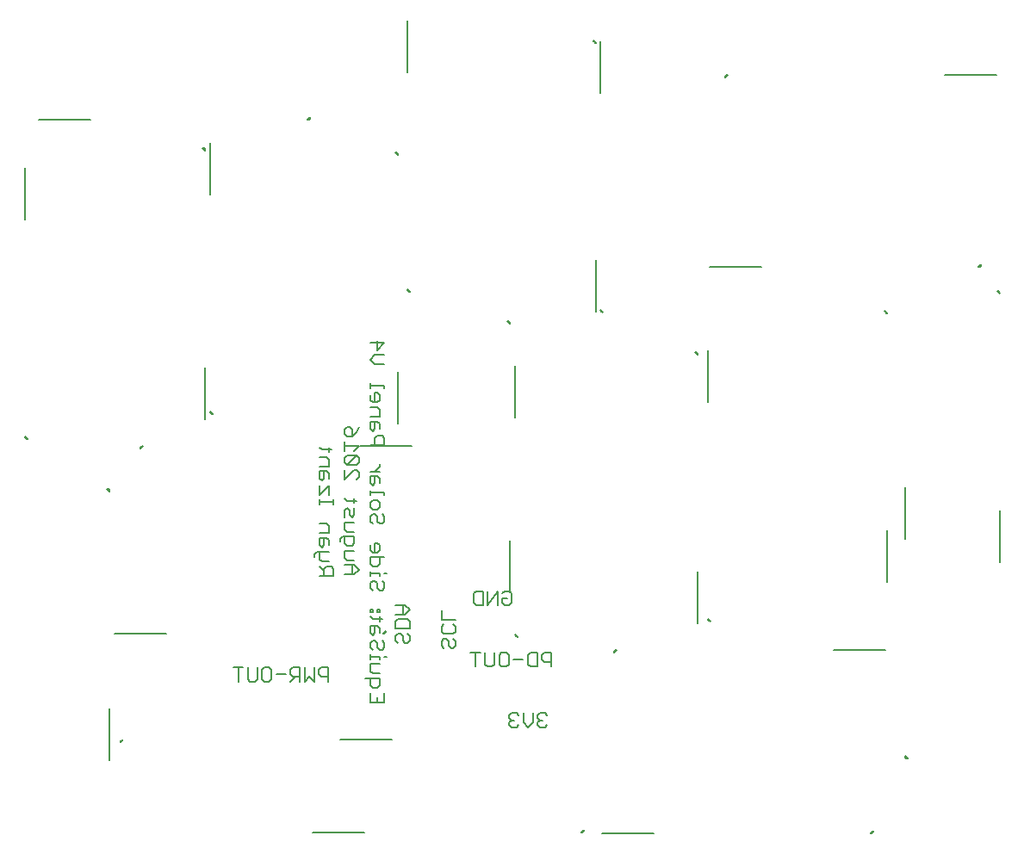
<source format=gbo>
G75*
%MOIN*%
%OFA0B0*%
%FSLAX25Y25*%
%IPPOS*%
%LPD*%
%AMOC8*
5,1,8,0,0,1.08239X$1,22.5*
%
%ADD10C,0.00500*%
D10*
X0074713Y0076721D02*
X0074713Y0096721D01*
X0074713Y0077721D01*
X0074713Y0096721D01*
X0074713Y0076721D01*
X0078887Y0083438D02*
X0079887Y0084438D01*
X0079628Y0084404D01*
X0079387Y0084304D01*
X0079180Y0084145D01*
X0079021Y0083938D01*
X0078921Y0083697D01*
X0078887Y0083438D01*
X0078918Y0083675D02*
X0079124Y0083675D01*
X0079217Y0084173D02*
X0079622Y0084173D01*
X0124520Y0107011D02*
X0124520Y0112515D01*
X0126354Y0112515D02*
X0122685Y0112515D01*
X0128209Y0112515D02*
X0128209Y0107928D01*
X0129127Y0107011D01*
X0130962Y0107011D01*
X0131879Y0107928D01*
X0131879Y0112515D01*
X0133734Y0111598D02*
X0134652Y0112515D01*
X0136486Y0112515D01*
X0137404Y0111598D01*
X0137404Y0107928D01*
X0136486Y0107011D01*
X0134652Y0107011D01*
X0133734Y0107928D01*
X0133734Y0111598D01*
X0139259Y0109763D02*
X0142929Y0109763D01*
X0144784Y0109763D02*
X0145701Y0108846D01*
X0148453Y0108846D01*
X0146618Y0108846D02*
X0144784Y0107011D01*
X0144784Y0109763D02*
X0144784Y0111598D01*
X0145701Y0112515D01*
X0148453Y0112515D01*
X0148453Y0107011D01*
X0150308Y0107011D02*
X0152143Y0108846D01*
X0153978Y0107011D01*
X0153978Y0112515D01*
X0155833Y0111598D02*
X0155833Y0109763D01*
X0156750Y0108846D01*
X0159503Y0108846D01*
X0159503Y0107011D02*
X0159503Y0112515D01*
X0156750Y0112515D01*
X0155833Y0111598D01*
X0150308Y0112515D02*
X0150308Y0107011D01*
X0173821Y0108262D02*
X0179326Y0108262D01*
X0179326Y0105510D01*
X0178409Y0104592D01*
X0176574Y0104592D01*
X0175656Y0105510D01*
X0175656Y0108262D01*
X0176574Y0110117D02*
X0175656Y0111035D01*
X0175656Y0113787D01*
X0179326Y0113787D01*
X0179326Y0115642D02*
X0179326Y0116559D01*
X0175656Y0116559D01*
X0175656Y0115642D02*
X0175656Y0117477D01*
X0176574Y0119325D02*
X0175656Y0120242D01*
X0175656Y0122077D01*
X0176574Y0122995D01*
X0177491Y0122995D01*
X0178409Y0122077D01*
X0178409Y0120242D01*
X0179326Y0119325D01*
X0180244Y0119325D01*
X0181161Y0120242D01*
X0181161Y0122077D01*
X0180244Y0122995D01*
X0180643Y0125698D02*
X0181643Y0126698D01*
X0181608Y0126439D01*
X0181509Y0126198D01*
X0181350Y0125991D01*
X0181143Y0125832D01*
X0180901Y0125732D01*
X0180643Y0125698D01*
X0180993Y0126048D02*
X0181394Y0126048D01*
X0181492Y0126547D02*
X0181623Y0126547D01*
X0179326Y0125767D02*
X0179326Y0127602D01*
X0178409Y0128520D01*
X0175656Y0128520D01*
X0175656Y0125767D01*
X0176574Y0124850D01*
X0177491Y0125767D01*
X0177491Y0128520D01*
X0179326Y0130374D02*
X0179326Y0132209D01*
X0180244Y0131292D02*
X0176574Y0131292D01*
X0175656Y0132209D01*
X0175656Y0134058D02*
X0176574Y0134058D01*
X0176574Y0134975D01*
X0175656Y0134975D01*
X0175656Y0134058D01*
X0178409Y0134058D02*
X0179326Y0134058D01*
X0179326Y0134975D01*
X0178409Y0134975D01*
X0178409Y0134058D01*
X0185499Y0132982D02*
X0189169Y0132982D01*
X0191004Y0134817D01*
X0189169Y0136652D01*
X0185499Y0136652D01*
X0188251Y0136652D02*
X0188251Y0132982D01*
X0186416Y0131127D02*
X0190086Y0131127D01*
X0191004Y0130210D01*
X0191004Y0127457D01*
X0185499Y0127457D01*
X0185499Y0130210D01*
X0186416Y0131127D01*
X0186416Y0125602D02*
X0185499Y0124685D01*
X0185499Y0122850D01*
X0186416Y0121933D01*
X0188251Y0122850D02*
X0188251Y0124685D01*
X0187334Y0125602D01*
X0186416Y0125602D01*
X0188251Y0122850D02*
X0189169Y0121933D01*
X0190086Y0121933D01*
X0191004Y0122850D01*
X0191004Y0124685D01*
X0190086Y0125602D01*
X0182078Y0116559D02*
X0181161Y0116559D01*
X0179326Y0110117D02*
X0176574Y0110117D01*
X0175656Y0102737D02*
X0175656Y0099068D01*
X0181161Y0099068D01*
X0181161Y0102737D01*
X0178409Y0100903D02*
X0178409Y0099068D01*
X0182887Y0084438D02*
X0163887Y0084438D01*
X0183887Y0084438D01*
X0163887Y0084438D01*
X0182887Y0084438D01*
X0216342Y0112822D02*
X0216342Y0118326D01*
X0218177Y0118326D02*
X0214507Y0118326D01*
X0220032Y0118326D02*
X0220032Y0113739D01*
X0220949Y0112822D01*
X0222784Y0112822D01*
X0223702Y0113739D01*
X0223702Y0118326D01*
X0225557Y0117409D02*
X0226474Y0118326D01*
X0228309Y0118326D01*
X0229227Y0117409D01*
X0229227Y0113739D01*
X0228309Y0112822D01*
X0226474Y0112822D01*
X0225557Y0113739D01*
X0225557Y0117409D01*
X0231081Y0115574D02*
X0234751Y0115574D01*
X0236606Y0113739D02*
X0236606Y0117409D01*
X0237524Y0118326D01*
X0240276Y0118326D01*
X0240276Y0112822D01*
X0237524Y0112822D01*
X0236606Y0113739D01*
X0242131Y0115574D02*
X0242131Y0117409D01*
X0243048Y0118326D01*
X0245801Y0118326D01*
X0245801Y0112822D01*
X0245801Y0114657D02*
X0243048Y0114657D01*
X0242131Y0115574D01*
X0232839Y0124320D02*
X0231839Y0125320D01*
X0231873Y0125061D01*
X0231973Y0124820D01*
X0232132Y0124613D01*
X0232339Y0124454D01*
X0232581Y0124354D01*
X0232839Y0124320D01*
X0232606Y0124553D02*
X0232210Y0124553D01*
X0232108Y0125051D02*
X0231877Y0125051D01*
X0229451Y0136538D02*
X0227617Y0136538D01*
X0226699Y0137456D01*
X0226699Y0139291D01*
X0228534Y0139291D01*
X0230369Y0141125D02*
X0230369Y0137456D01*
X0229451Y0136538D01*
X0224844Y0136538D02*
X0224844Y0142043D01*
X0221174Y0136538D01*
X0221174Y0142043D01*
X0219319Y0142043D02*
X0216567Y0142043D01*
X0215650Y0141125D01*
X0215650Y0137456D01*
X0216567Y0136538D01*
X0219319Y0136538D01*
X0219319Y0142043D01*
X0226699Y0141125D02*
X0227617Y0142043D01*
X0229451Y0142043D01*
X0230369Y0141125D01*
X0229674Y0141682D02*
X0229674Y0161682D01*
X0229674Y0142682D01*
X0229674Y0161682D01*
X0229674Y0141682D01*
X0208720Y0131013D02*
X0203215Y0131013D01*
X0203215Y0134683D01*
X0204133Y0129159D02*
X0203215Y0128241D01*
X0203215Y0126406D01*
X0204133Y0125489D01*
X0207803Y0125489D01*
X0208720Y0126406D01*
X0208720Y0128241D01*
X0207803Y0129159D01*
X0207803Y0123634D02*
X0208720Y0122716D01*
X0208720Y0120881D01*
X0207803Y0119964D01*
X0206885Y0119964D01*
X0205968Y0120881D01*
X0205968Y0122716D01*
X0205050Y0123634D01*
X0204133Y0123634D01*
X0203215Y0122716D01*
X0203215Y0120881D01*
X0204133Y0119964D01*
X0181161Y0143262D02*
X0180244Y0142345D01*
X0179326Y0142345D01*
X0178409Y0143262D01*
X0178409Y0145097D01*
X0177491Y0146014D01*
X0176574Y0146014D01*
X0175656Y0145097D01*
X0175656Y0143262D01*
X0176574Y0142345D01*
X0181161Y0143262D02*
X0181161Y0145097D01*
X0180244Y0146014D01*
X0179326Y0147869D02*
X0179326Y0148787D01*
X0175656Y0148787D01*
X0175656Y0149704D02*
X0175656Y0147869D01*
X0176574Y0151553D02*
X0178409Y0151553D01*
X0179326Y0152470D01*
X0179326Y0155222D01*
X0181161Y0155222D02*
X0175656Y0155222D01*
X0175656Y0152470D01*
X0176574Y0151553D01*
X0181161Y0148787D02*
X0182078Y0148787D01*
X0178409Y0157077D02*
X0176574Y0157077D01*
X0175656Y0157995D01*
X0175656Y0159830D01*
X0177491Y0160747D02*
X0177491Y0157077D01*
X0178409Y0157077D02*
X0179326Y0157995D01*
X0179326Y0159830D01*
X0178409Y0160747D01*
X0177491Y0160747D01*
X0176574Y0168127D02*
X0175656Y0169044D01*
X0175656Y0170879D01*
X0176574Y0171796D01*
X0177491Y0171796D01*
X0178409Y0170879D01*
X0178409Y0169044D01*
X0179326Y0168127D01*
X0180244Y0168127D01*
X0181161Y0169044D01*
X0181161Y0170879D01*
X0180244Y0171796D01*
X0178409Y0173651D02*
X0176574Y0173651D01*
X0175656Y0174569D01*
X0175656Y0176404D01*
X0176574Y0177321D01*
X0178409Y0177321D01*
X0179326Y0176404D01*
X0179326Y0174569D01*
X0178409Y0173651D01*
X0181161Y0179176D02*
X0181161Y0180094D01*
X0175656Y0180094D01*
X0175656Y0181011D02*
X0175656Y0179176D01*
X0176574Y0182859D02*
X0177491Y0183777D01*
X0177491Y0186529D01*
X0178409Y0186529D02*
X0175656Y0186529D01*
X0175656Y0183777D01*
X0176574Y0182859D01*
X0179326Y0183777D02*
X0179326Y0185612D01*
X0178409Y0186529D01*
X0179326Y0188384D02*
X0175656Y0188384D01*
X0177491Y0188384D02*
X0179326Y0190219D01*
X0179326Y0191136D01*
X0177491Y0198513D02*
X0177491Y0201265D01*
X0178409Y0202182D01*
X0180244Y0202182D01*
X0181161Y0201265D01*
X0181161Y0198513D01*
X0175656Y0198513D01*
X0171682Y0198335D02*
X0190682Y0198335D01*
X0171682Y0198335D01*
X0191682Y0198335D01*
X0171682Y0198335D01*
X0171318Y0198190D02*
X0169484Y0196355D01*
X0170401Y0194500D02*
X0166731Y0190830D01*
X0165814Y0191748D01*
X0165814Y0193582D01*
X0166731Y0194500D01*
X0170401Y0194500D01*
X0171318Y0193582D01*
X0171318Y0191748D01*
X0170401Y0190830D01*
X0166731Y0190830D01*
X0165814Y0188975D02*
X0165814Y0185305D01*
X0169484Y0188975D01*
X0170401Y0188975D01*
X0171318Y0188058D01*
X0171318Y0186223D01*
X0170401Y0185305D01*
X0169484Y0177932D02*
X0169484Y0176098D01*
X0170401Y0177015D02*
X0166731Y0177015D01*
X0165814Y0177932D01*
X0166731Y0174243D02*
X0165814Y0173325D01*
X0165814Y0170573D01*
X0165814Y0168718D02*
X0169484Y0168718D01*
X0168566Y0170573D02*
X0169484Y0171490D01*
X0169484Y0174243D01*
X0167649Y0173325D02*
X0166731Y0174243D01*
X0167649Y0173325D02*
X0167649Y0171490D01*
X0168566Y0170573D01*
X0165814Y0168718D02*
X0165814Y0165966D01*
X0166731Y0165048D01*
X0169484Y0165048D01*
X0169484Y0163193D02*
X0164896Y0163193D01*
X0163979Y0162276D01*
X0163979Y0161358D01*
X0165814Y0160441D02*
X0165814Y0163193D01*
X0165814Y0160441D02*
X0166731Y0159523D01*
X0168566Y0159523D01*
X0169484Y0160441D01*
X0169484Y0163193D01*
X0169484Y0157668D02*
X0165814Y0157668D01*
X0165814Y0154916D01*
X0166731Y0153999D01*
X0169484Y0153999D01*
X0169484Y0152144D02*
X0165814Y0152144D01*
X0168566Y0152144D02*
X0168566Y0148474D01*
X0169484Y0148474D02*
X0171318Y0150309D01*
X0169484Y0152144D01*
X0169484Y0148474D02*
X0165814Y0148474D01*
X0161476Y0147966D02*
X0161476Y0150719D01*
X0160559Y0151636D01*
X0158724Y0151636D01*
X0157806Y0150719D01*
X0157806Y0147966D01*
X0155971Y0147966D02*
X0161476Y0147966D01*
X0157806Y0149801D02*
X0155971Y0151636D01*
X0156889Y0153491D02*
X0155971Y0154408D01*
X0155971Y0157161D01*
X0155054Y0157161D02*
X0154136Y0156243D01*
X0154136Y0155326D01*
X0155054Y0157161D02*
X0159641Y0157161D01*
X0159641Y0159933D02*
X0159641Y0161768D01*
X0158724Y0162685D01*
X0155971Y0162685D01*
X0155971Y0159933D01*
X0156889Y0159016D01*
X0157806Y0159933D01*
X0157806Y0162685D01*
X0155971Y0164540D02*
X0159641Y0164540D01*
X0159641Y0167293D01*
X0158724Y0168210D01*
X0155971Y0168210D01*
X0155971Y0175590D02*
X0155971Y0177425D01*
X0155971Y0176507D02*
X0161476Y0176507D01*
X0161476Y0175590D02*
X0161476Y0177425D01*
X0159641Y0179273D02*
X0159641Y0182943D01*
X0155971Y0179273D01*
X0155971Y0182943D01*
X0156889Y0184798D02*
X0157806Y0185715D01*
X0157806Y0188467D01*
X0158724Y0188467D02*
X0155971Y0188467D01*
X0155971Y0185715D01*
X0156889Y0184798D01*
X0159641Y0185715D02*
X0159641Y0187550D01*
X0158724Y0188467D01*
X0159641Y0190322D02*
X0159641Y0193075D01*
X0158724Y0193992D01*
X0155971Y0193992D01*
X0156889Y0196765D02*
X0155971Y0197682D01*
X0156889Y0196765D02*
X0160559Y0196765D01*
X0159641Y0197682D02*
X0159641Y0195847D01*
X0159641Y0190322D02*
X0155971Y0190322D01*
X0165814Y0196355D02*
X0165814Y0200025D01*
X0165814Y0198190D02*
X0171318Y0198190D01*
X0168566Y0201880D02*
X0168566Y0204632D01*
X0167649Y0205549D01*
X0166731Y0205549D01*
X0165814Y0204632D01*
X0165814Y0202797D01*
X0166731Y0201880D01*
X0168566Y0201880D01*
X0170401Y0203714D01*
X0171318Y0205549D01*
X0175656Y0204955D02*
X0175656Y0207707D01*
X0178409Y0207707D01*
X0179326Y0206790D01*
X0179326Y0204955D01*
X0177491Y0204955D02*
X0177491Y0207707D01*
X0175656Y0209562D02*
X0179326Y0209562D01*
X0179326Y0212314D01*
X0178409Y0213232D01*
X0175656Y0213232D01*
X0176574Y0215087D02*
X0178409Y0215087D01*
X0179326Y0216004D01*
X0179326Y0217839D01*
X0178409Y0218757D01*
X0177491Y0218757D01*
X0177491Y0215087D01*
X0176574Y0215087D02*
X0175656Y0216004D01*
X0175656Y0217839D01*
X0175656Y0220611D02*
X0175656Y0222446D01*
X0175656Y0221529D02*
X0181161Y0221529D01*
X0181161Y0220611D01*
X0186328Y0226957D02*
X0186328Y0207957D01*
X0186328Y0226957D01*
X0186328Y0206957D01*
X0186328Y0226957D01*
X0181161Y0229819D02*
X0177491Y0229819D01*
X0175656Y0231654D01*
X0177491Y0233489D01*
X0181161Y0233489D01*
X0178409Y0235344D02*
X0178409Y0239014D01*
X0181161Y0238096D02*
X0175656Y0238096D01*
X0178409Y0235344D02*
X0181161Y0238096D01*
X0190646Y0257997D02*
X0190439Y0258156D01*
X0190280Y0258363D01*
X0190181Y0258604D01*
X0190146Y0258863D01*
X0191146Y0257863D01*
X0190888Y0257897D01*
X0190646Y0257997D01*
X0190442Y0258154D02*
X0190856Y0258154D01*
X0190357Y0258652D02*
X0190174Y0258652D01*
X0228674Y0246682D02*
X0229674Y0245682D01*
X0229640Y0245941D01*
X0229540Y0246182D01*
X0229381Y0246389D01*
X0229174Y0246548D01*
X0228933Y0246648D01*
X0228674Y0246682D01*
X0229166Y0246190D02*
X0229534Y0246190D01*
X0229665Y0245691D02*
X0229673Y0245691D01*
X0231839Y0229320D02*
X0231839Y0209320D01*
X0231839Y0228320D01*
X0231839Y0209320D01*
X0231839Y0229320D01*
X0262863Y0250107D02*
X0262863Y0270107D01*
X0262863Y0251107D01*
X0262863Y0270107D01*
X0262863Y0250107D01*
X0264787Y0250809D02*
X0264753Y0251068D01*
X0265753Y0250068D01*
X0265494Y0250102D01*
X0265253Y0250202D01*
X0265046Y0250361D01*
X0264887Y0250568D01*
X0264787Y0250809D01*
X0264842Y0250676D02*
X0265144Y0250676D01*
X0265311Y0250178D02*
X0265643Y0250178D01*
X0301233Y0234713D02*
X0302233Y0233713D01*
X0302199Y0233972D01*
X0302099Y0234213D01*
X0301940Y0234420D01*
X0301733Y0234579D01*
X0301492Y0234679D01*
X0301233Y0234713D01*
X0301721Y0234225D02*
X0302090Y0234225D01*
X0302220Y0233727D02*
X0302231Y0233727D01*
X0306367Y0234383D02*
X0306367Y0215383D01*
X0306367Y0235383D01*
X0306367Y0215383D01*
X0306367Y0234383D01*
X0307115Y0267430D02*
X0327115Y0267430D01*
X0308115Y0267430D01*
X0327115Y0267430D01*
X0307115Y0267430D01*
X0374619Y0250461D02*
X0375619Y0249461D01*
X0375585Y0249720D01*
X0375485Y0249961D01*
X0375326Y0250169D01*
X0375119Y0250327D01*
X0374878Y0250427D01*
X0374619Y0250461D01*
X0374903Y0250178D02*
X0375314Y0250178D01*
X0375401Y0249679D02*
X0375590Y0249679D01*
X0411115Y0267430D02*
X0412115Y0268430D01*
X0412081Y0268171D01*
X0411981Y0267930D01*
X0411822Y0267723D01*
X0411615Y0267564D01*
X0411374Y0267464D01*
X0411115Y0267430D01*
X0411311Y0267626D02*
X0411695Y0267626D01*
X0411809Y0268124D02*
X0412061Y0268124D01*
X0418202Y0258335D02*
X0419202Y0257335D01*
X0419167Y0257594D01*
X0419068Y0257835D01*
X0418909Y0258043D01*
X0418702Y0258201D01*
X0418460Y0258301D01*
X0418202Y0258335D01*
X0418383Y0258154D02*
X0418764Y0258154D01*
X0418882Y0257655D02*
X0419142Y0257655D01*
X0382587Y0182154D02*
X0382587Y0162154D01*
X0382587Y0181154D01*
X0382587Y0162154D01*
X0382587Y0182154D01*
X0375619Y0165461D02*
X0375619Y0146461D01*
X0375619Y0165461D01*
X0375619Y0145461D01*
X0375619Y0165461D01*
X0419202Y0173335D02*
X0419202Y0154335D01*
X0419202Y0173335D01*
X0419202Y0153335D01*
X0419202Y0173335D01*
X0374910Y0119320D02*
X0354910Y0119320D01*
X0373910Y0119320D01*
X0354910Y0119320D01*
X0374910Y0119320D01*
X0382587Y0078154D02*
X0383587Y0077154D01*
X0383329Y0077188D01*
X0383087Y0077288D01*
X0382880Y0077447D01*
X0382721Y0077654D01*
X0382621Y0077896D01*
X0382587Y0078154D01*
X0382705Y0077693D02*
X0383049Y0077693D01*
X0383314Y0077194D02*
X0383547Y0077194D01*
X0370461Y0049375D02*
X0369461Y0048375D01*
X0369720Y0048409D01*
X0369961Y0048509D01*
X0370169Y0048668D01*
X0370327Y0048875D01*
X0370427Y0049116D01*
X0370461Y0049375D01*
X0370449Y0049278D02*
X0370364Y0049278D01*
X0370254Y0048779D02*
X0369866Y0048779D01*
X0285461Y0048375D02*
X0266461Y0048375D01*
X0285461Y0048375D01*
X0265461Y0048375D01*
X0285461Y0048375D01*
X0258257Y0049650D02*
X0257257Y0048650D01*
X0257516Y0048684D01*
X0257757Y0048784D01*
X0257964Y0048943D01*
X0258123Y0049150D01*
X0258223Y0049392D01*
X0258257Y0049650D01*
X0258175Y0049278D02*
X0257884Y0049278D01*
X0257744Y0048779D02*
X0257385Y0048779D01*
X0243231Y0089294D02*
X0244148Y0090212D01*
X0243231Y0089294D02*
X0241396Y0089294D01*
X0240479Y0090212D01*
X0240479Y0091129D01*
X0241396Y0092046D01*
X0242314Y0092046D01*
X0241396Y0092046D02*
X0240479Y0092964D01*
X0240479Y0093881D01*
X0241396Y0094799D01*
X0243231Y0094799D01*
X0244148Y0093881D01*
X0238624Y0094799D02*
X0238624Y0091129D01*
X0236789Y0089294D01*
X0234954Y0091129D01*
X0234954Y0094799D01*
X0233099Y0093881D02*
X0232182Y0094799D01*
X0230347Y0094799D01*
X0229429Y0093881D01*
X0229429Y0092964D01*
X0230347Y0092046D01*
X0229429Y0091129D01*
X0229429Y0090212D01*
X0230347Y0089294D01*
X0232182Y0089294D01*
X0233099Y0090212D01*
X0231264Y0092046D02*
X0230347Y0092046D01*
X0269910Y0118320D02*
X0270910Y0119320D01*
X0270651Y0119286D01*
X0270410Y0119186D01*
X0270203Y0119027D01*
X0270044Y0118820D01*
X0269944Y0118579D01*
X0269910Y0118320D01*
X0269943Y0118571D02*
X0270161Y0118571D01*
X0270258Y0119069D02*
X0270660Y0119069D01*
X0302233Y0129713D02*
X0302233Y0149713D01*
X0302233Y0130713D01*
X0302233Y0149713D01*
X0302233Y0129713D01*
X0306401Y0131124D02*
X0306367Y0131383D01*
X0307367Y0130383D01*
X0307108Y0130417D01*
X0306867Y0130517D01*
X0306660Y0130676D01*
X0306501Y0130883D01*
X0306401Y0131124D01*
X0306438Y0131034D02*
X0306716Y0131034D01*
X0306843Y0130535D02*
X0307215Y0130535D01*
X0177491Y0204955D02*
X0176574Y0204037D01*
X0175656Y0204955D01*
X0159641Y0153491D02*
X0156889Y0153491D01*
X0096643Y0125698D02*
X0077643Y0125698D01*
X0096643Y0125698D01*
X0076643Y0125698D01*
X0096643Y0125698D01*
X0074713Y0180721D02*
X0073713Y0181721D01*
X0073972Y0181687D01*
X0074213Y0181587D01*
X0074420Y0181428D01*
X0074579Y0181221D01*
X0074679Y0180980D01*
X0074713Y0180721D01*
X0074692Y0180885D02*
X0074550Y0180885D01*
X0074455Y0181383D02*
X0074051Y0181383D01*
X0086682Y0197335D02*
X0087682Y0198335D01*
X0087423Y0198301D01*
X0087182Y0198201D01*
X0086975Y0198043D01*
X0086816Y0197835D01*
X0086716Y0197594D01*
X0086682Y0197335D01*
X0086682Y0197336D02*
X0086682Y0197336D01*
X0086815Y0197834D02*
X0087180Y0197834D01*
X0087660Y0198333D02*
X0087679Y0198333D01*
X0111839Y0208690D02*
X0111839Y0228690D01*
X0111839Y0209690D01*
X0111839Y0228690D01*
X0111839Y0208690D01*
X0113904Y0210912D02*
X0114111Y0210753D01*
X0114352Y0210653D01*
X0114611Y0210619D01*
X0113611Y0211619D01*
X0113645Y0211360D01*
X0113745Y0211119D01*
X0113904Y0210912D01*
X0114056Y0210795D02*
X0114435Y0210795D01*
X0113936Y0211294D02*
X0113673Y0211294D01*
X0043036Y0201013D02*
X0042036Y0202013D01*
X0042070Y0201754D01*
X0042170Y0201513D01*
X0042329Y0201305D01*
X0042536Y0201147D01*
X0042777Y0201047D01*
X0043036Y0201013D01*
X0042725Y0201324D02*
X0042315Y0201324D01*
X0042227Y0201822D02*
X0042061Y0201822D01*
X0042036Y0286013D02*
X0042036Y0305013D01*
X0042036Y0286013D01*
X0042036Y0306013D01*
X0042036Y0286013D01*
X0047351Y0324517D02*
X0067351Y0324517D01*
X0048351Y0324517D01*
X0067351Y0324517D01*
X0047351Y0324517D01*
X0110839Y0313690D02*
X0111839Y0312690D01*
X0111805Y0312949D01*
X0111705Y0313190D01*
X0111546Y0313397D01*
X0111339Y0313556D01*
X0111098Y0313656D01*
X0110839Y0313690D01*
X0111040Y0313489D02*
X0111427Y0313489D01*
X0111539Y0312990D02*
X0111788Y0312990D01*
X0113611Y0314619D02*
X0113611Y0295619D01*
X0113611Y0315619D01*
X0113611Y0295619D01*
X0113611Y0314619D01*
X0151351Y0324517D02*
X0152351Y0325517D01*
X0152317Y0325258D01*
X0152217Y0325017D01*
X0152058Y0324809D01*
X0151851Y0324651D01*
X0151610Y0324551D01*
X0151351Y0324517D01*
X0151789Y0324954D02*
X0152170Y0324954D01*
X0152288Y0325453D02*
X0152343Y0325453D01*
X0185328Y0311957D02*
X0186328Y0310957D01*
X0186293Y0311216D01*
X0186194Y0311457D01*
X0186035Y0311665D01*
X0185828Y0311824D01*
X0185586Y0311923D01*
X0185328Y0311957D01*
X0185790Y0311495D02*
X0186165Y0311495D01*
X0186289Y0310996D02*
X0186322Y0310996D01*
X0190146Y0342863D02*
X0190146Y0361863D01*
X0190146Y0342863D01*
X0190146Y0362863D01*
X0190146Y0342863D01*
X0261863Y0355107D02*
X0262863Y0354107D01*
X0262829Y0354366D01*
X0262729Y0354607D01*
X0262570Y0354814D01*
X0262363Y0354973D01*
X0262122Y0355073D01*
X0261863Y0355107D01*
X0262105Y0354865D02*
X0262504Y0354865D01*
X0262603Y0354367D02*
X0262829Y0354367D01*
X0264753Y0354068D02*
X0264753Y0335068D01*
X0264753Y0355068D01*
X0264753Y0335068D01*
X0264753Y0354068D01*
X0312936Y0341295D02*
X0313036Y0341536D01*
X0313195Y0341743D01*
X0313402Y0341902D01*
X0313644Y0342002D01*
X0313902Y0342036D01*
X0312902Y0341036D01*
X0312936Y0341295D01*
X0312982Y0341405D02*
X0313271Y0341405D01*
X0313406Y0341904D02*
X0313770Y0341904D01*
X0397902Y0342036D02*
X0416902Y0342036D01*
X0397902Y0342036D01*
X0417902Y0342036D01*
X0397902Y0342036D01*
X0173257Y0048650D02*
X0154257Y0048650D01*
X0173257Y0048650D01*
X0153257Y0048650D01*
X0173257Y0048650D01*
M02*

</source>
